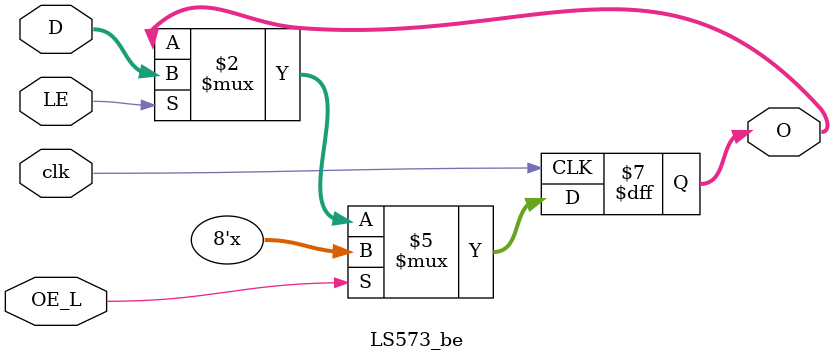
<source format=v>
module LS573_be(
    input clk,
    input [7:0] D,
    input LE,
    input OE_L,
    output reg [7:0] O
    );

    // always @(posedge LE or posedge OE_L) begin
    //     if (OE_L)
    //         O <= 8'bz;
    //     else if (LE)
    //         O <= D;
    // end

    always @(posedge clk) begin
        if (OE_L)
            O <= 8'bz;
        else if (LE)
            O <= D;
    end

endmodule

</source>
